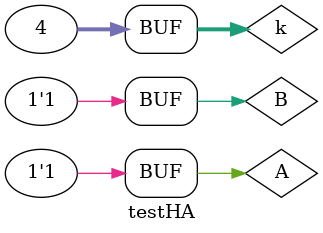
<source format=v>
module testHA();
reg A,B;
wire SUM,CARR;
//half_adder ha1(.a(A),.b(B),.s(SUM),.c(CARR));
half_adder_df ha2(.a(A),.b(B),.s(SUM),.c(CARR));
integer k;
initial
begin
{A,B} = 2'b0;
for(k=0;k<4;k=k+1)
begin
#5{A,B} = k;
end
end
initial
begin
$monitor ($time,"  AB = %b%b SUM= %b CARRY = %b",A,B,SUM,CARR);
end
endmodule

</source>
